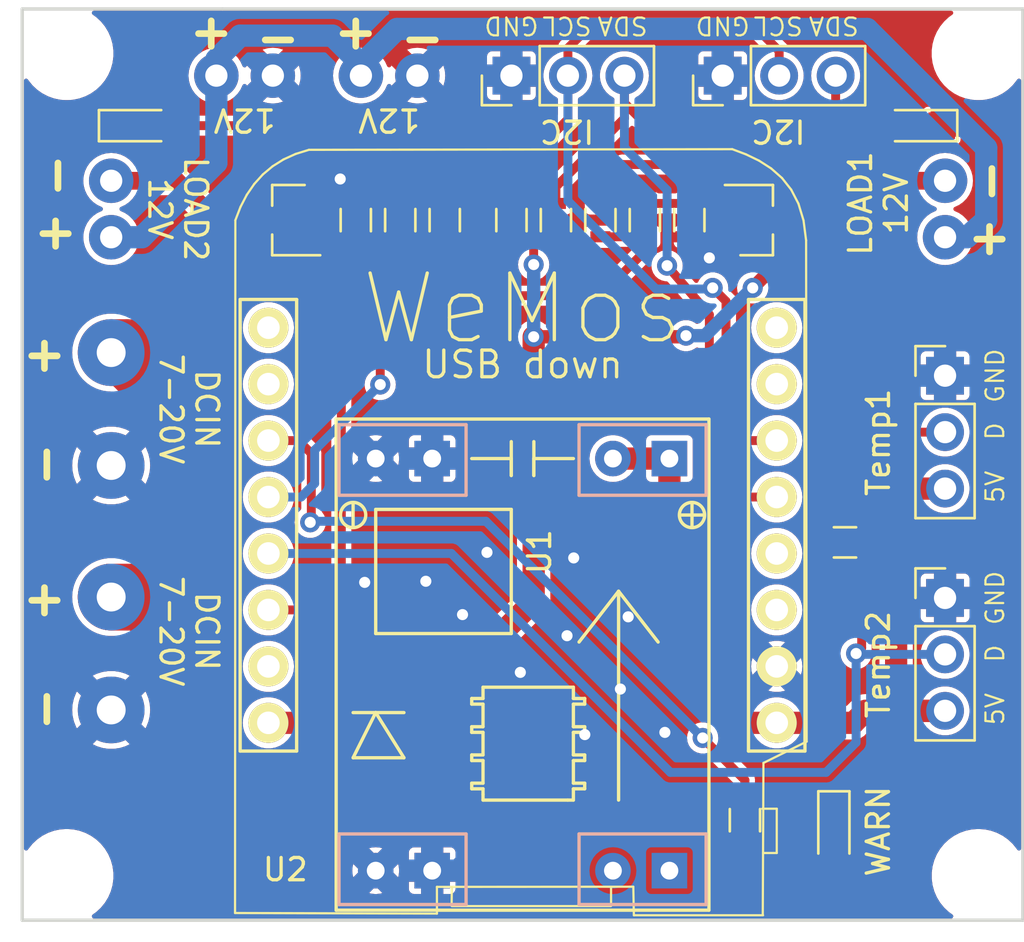
<source format=kicad_pcb>
(kicad_pcb (version 20221018) (generator pcbnew)
  (layers (0 "F.Cu" signal) (31 "B.Cu" signal) (34 "B.Paste" user) (35 "F.Paste" user) (36 "B.SilkS" user "B.Silkscreen") (37 "F.SilkS" user "F.Silkscreen") (38 "B.Mask" user) (39 "F.Mask" user) (44 "Edge.Cuts" user))
  (net 0 "")
  (net 1 "Net-(D1-Pad2)")
  (net 2 "GND")
  (net 3 "/SCL")
  (net 4 "/SDA")
  (net 5 "+12V")
  (net 6 "+15V")
  (net 7 "Net-(J7-Pad2)")
  (net 8 "Net-(J8-Pad2)")
  (net 9 "/Temp")
  (net 10 "+5V")
  (net 11 "Net-(Q1-Pad1)")
  (net 12 "Net-(Q2-Pad1)")
  (net 13 "+3V3")
  (net 14 "Net-(R3-Pad2)")
  (net 15 "/VENT1")
  (net 16 "/LOAD1")
  (net 17 "Net-(D2-Pad2)")
  (net 18 "Net-(D3-Pad2)")
  (footprint "LEDs:LED_0805" (layer "F.Cu") (at 134.5 117 -90)
    (fp_text reference "D1" hide)
    (fp_text value "LED" hide)
    (pad "1" smd rect (at -1.1 0 90) (size 1.2 1.2) (layers "F.Cu" "F.Paste" "F.Mask") (net 2 "GND"))
    (pad "2" smd rect (at 1.1 0 90) (size 1.2 1.2) (layers "F.Cu" "F.Paste" "F.Mask") (net 1 "Net-(D1-Pad2)"))
  )
  (footprint "Pin_Headers:Pin_Header_Straight_1x03_Pitch2.54mm" (layer "F.Cu") (at 129.5 83 90)
    (fp_text reference "J1" hide)
    (fp_text value "I2C2" hide)
    (pad "1" thru_hole rect (at 0 0 90) (size 1.7 1.7) (drill 1) (layers "*.Cu" "*.Mask") (net 2 "GND"))
    (pad "2" thru_hole oval (at 0 2.54 90) (size 1.7 1.7) (drill 1) (layers "*.Cu" "*.Mask") (net 3 "/SCL"))
    (pad "3" thru_hole oval (at 0 5.08 90) (size 1.7 1.7) (drill 1) (layers "*.Cu" "*.Mask") (net 4 "/SDA"))
  )
  (footprint "Pin_Headers:Pin_Header_Straight_1x03_Pitch2.54mm" (layer "F.Cu") (at 120 83 90)
    (fp_text reference "J2" hide)
    (fp_text value "I2C" hide)
    (pad "1" thru_hole rect (at 0 0 90) (size 1.7 1.7) (drill 1) (layers "*.Cu" "*.Mask") (net 2 "GND"))
    (pad "2" thru_hole oval (at 0 2.54 90) (size 1.7 1.7) (drill 1) (layers "*.Cu" "*.Mask") (net 3 "/SCL"))
    (pad "3" thru_hole oval (at 0 5.08 90) (size 1.7 1.7) (drill 1) (layers "*.Cu" "*.Mask") (net 4 "/SDA"))
  )
  (footprint "KiCadCustomLibs:Conn2pin_2.54mm" (layer "F.Cu") (at 114.5 83 180)
    (fp_text reference "J3" hide)
    (fp_text value "12V" hide)
    (pad "1" thru_hole circle (at -1.27 0 180) (size 2 2) (drill 1) (layers "*.Cu" "*.Mask") (net 2 "GND"))
    (pad "2" thru_hole circle (at 1.27 0 180) (size 2 2) (drill 1) (layers "*.Cu" "*.Mask") (net 5 "+12V"))
  )
  (footprint "KiCadCustomLibs:Conn_Power" (layer "F.Cu") (at 102 98 90)
    (fp_text reference "J4" hide)
    (fp_text value "DCIN" hide)
    (pad "1" thru_hole circle (at -2.54 0 90) (size 3 3) (drill 1.3) (layers "*.Cu" "*.Mask") (net 2 "GND"))
    (pad "2" thru_hole circle (at 2.54 0 90) (size 3 3) (drill 1.3) (layers "*.Cu" "*.Mask") (net 6 "+15V"))
  )
  (footprint "KiCadCustomLibs:Conn2pin_2.54mm" (layer "F.Cu") (at 108 83 180)
    (fp_text reference "J5" hide)
    (fp_text value "VENT2" hide)
    (pad "1" thru_hole circle (at -1.27 0 180) (size 2 2) (drill 1) (layers "*.Cu" "*.Mask") (net 2 "GND"))
    (pad "2" thru_hole circle (at 1.27 0 180) (size 2 2) (drill 1) (layers "*.Cu" "*.Mask") (net 5 "+12V"))
  )
  (footprint "KiCadCustomLibs:Conn_Power" (layer "F.Cu") (at 102 109 90)
    (fp_text reference "J6" hide)
    (fp_text value "DCIN" hide)
    (pad "1" thru_hole circle (at -2.54 0 90) (size 3 3) (drill 1.3) (layers "*.Cu" "*.Mask") (net 2 "GND"))
    (pad "2" thru_hole circle (at 2.54 0 90) (size 3 3) (drill 1.3) (layers "*.Cu" "*.Mask") (net 6 "+15V"))
  )
  (footprint "KiCadCustomLibs:Conn2pin_2.54mm" (layer "F.Cu") (at 102 89 90)
    (fp_text reference "J7" hide)
    (fp_text value "VENT1" hide)
    (pad "1" thru_hole circle (at -1.27 0 90) (size 2 2) (drill 1) (layers "*.Cu" "*.Mask") (net 5 "+12V"))
    (pad "2" thru_hole circle (at 1.27 0 90) (size 2 2) (drill 1) (layers "*.Cu" "*.Mask") (net 7 "Net-(J7-Pad2)"))
  )
  (footprint "KiCadCustomLibs:Conn2pin_2.54mm" (layer "F.Cu") (at 139.5 89 90)
    (fp_text reference "J8" hide)
    (fp_text value "LOAD1" hide)
    (pad "1" thru_hole circle (at -1.27 0 90) (size 2 2) (drill 1) (layers "*.Cu" "*.Mask") (net 5 "+12V"))
    (pad "2" thru_hole circle (at 1.27 0 90) (size 2 2) (drill 1) (layers "*.Cu" "*.Mask") (net 8 "Net-(J8-Pad2)"))
  )
  (footprint "Pin_Headers:Pin_Header_Straight_1x03_Pitch2.54mm" (layer "F.Cu") (at 139.5 96.5)
    (fp_text reference "J9" hide)
    (fp_text value "Temp1" (at -3 3 90) (layer "F.SilkS"))
    (pad "1" thru_hole rect (at 0 0) (size 1.7 1.7) (drill 1) (layers "*.Cu" "*.Mask") (net 2 "GND"))
    (pad "2" thru_hole oval (at 0 2.54) (size 1.7 1.7) (drill 1) (layers "*.Cu" "*.Mask") (net 9 "/Temp"))
    (pad "3" thru_hole oval (at 0 5.08) (size 1.7 1.7) (drill 1) (layers "*.Cu" "*.Mask") (net 10 "+5V"))
  )
  (footprint "Pin_Headers:Pin_Header_Straight_1x03_Pitch2.54mm" (layer "F.Cu") (at 139.5 106.5)
    (fp_text reference "J10" hide)
    (fp_text value "Temp2" (at -3 3 90) (layer "F.SilkS"))
    (pad "1" thru_hole rect (at 0 0) (size 1.7 1.7) (drill 1) (layers "*.Cu" "*.Mask") (net 2 "GND"))
    (pad "2" thru_hole oval (at 0 2.54) (size 1.7 1.7) (drill 1) (layers "*.Cu" "*.Mask") (net 9 "/Temp"))
    (pad "3" thru_hole oval (at 0 5.08) (size 1.7 1.7) (drill 1) (layers "*.Cu" "*.Mask") (net 10 "+5V"))
  )
  (footprint "TO_SOT_Packages_SMD:SOT-23" (layer "F.Cu") (at 110 89.5 180)
    (fp_text reference "Q1" hide)
    (fp_text value "SI2308" hide)
    (pad "1" smd rect (at -1 -0.95 180) (size 0.9 0.8) (layers "F.Cu" "F.Paste" "F.Mask") (net 11 "Net-(Q1-Pad1)"))
    (pad "2" smd rect (at -1 0.95 180) (size 0.9 0.8) (layers "F.Cu" "F.Paste" "F.Mask") (net 2 "GND"))
    (pad "3" smd rect (at 1 0 180) (size 0.9 0.8) (layers "F.Cu" "F.Paste" "F.Mask") (net 7 "Net-(J7-Pad2)"))
  )
  (footprint "TO_SOT_Packages_SMD:SOT-23" (layer "F.Cu") (at 131 89.5)
    (fp_text reference "Q2" hide)
    (fp_text value "SI2308" hide)
    (pad "1" smd rect (at -1 -0.95) (size 0.9 0.8) (layers "F.Cu" "F.Paste" "F.Mask") (net 12 "Net-(Q2-Pad1)"))
    (pad "2" smd rect (at -1 0.95) (size 0.9 0.8) (layers "F.Cu" "F.Paste" "F.Mask") (net 2 "GND"))
    (pad "3" smd rect (at 1 0) (size 0.9 0.8) (layers "F.Cu" "F.Paste" "F.Mask") (net 8 "Net-(J8-Pad2)"))
  )
  (footprint "Resistors_SMD:R_0603" (layer "F.Cu") (at 120 89.5 90)
    (fp_text reference "R1" hide)
    (fp_text value "4.7K" hide)
    (pad "1" smd rect (at -0.75 0 90) (size 0.5 0.9) (layers "F.Cu" "F.Paste" "F.Mask") (net 13 "+3V3"))
    (pad "2" smd rect (at 0.75 0 90) (size 0.5 0.9) (layers "F.Cu" "F.Paste" "F.Mask") (net 3 "/SCL"))
  )
  (footprint "Resistors_SMD:R_0603" (layer "F.Cu") (at 122 89.5 90)
    (fp_text reference "R2" hide)
    (fp_text value "4.7K" hide)
    (pad "1" smd rect (at -0.75 0 90) (size 0.5 0.9) (layers "F.Cu" "F.Paste" "F.Mask") (net 13 "+3V3"))
    (pad "2" smd rect (at 0.75 0 90) (size 0.5 0.9) (layers "F.Cu" "F.Paste" "F.Mask") (net 4 "/SDA"))
  )
  (footprint "Resistors_SMD:R_0603" (layer "F.Cu") (at 130.5 116.5 90)
    (fp_text reference "R3" hide)
    (fp_text value "680" hide)
    (pad "1" smd rect (at -0.75 0 90) (size 0.5 0.9) (layers "F.Cu" "F.Paste" "F.Mask") (net 1 "Net-(D1-Pad2)"))
    (pad "2" smd rect (at 0.75 0 90) (size 0.5 0.9) (layers "F.Cu" "F.Paste" "F.Mask") (net 14 "Net-(R3-Pad2)"))
  )
  (footprint "Resistors_SMD:R_0603" (layer "F.Cu") (at 135 104)
    (fp_text reference "R4" hide)
    (fp_text value "4.7K" hide)
    (pad "1" smd rect (at -0.75 0) (size 0.5 0.9) (layers "F.Cu" "F.Paste" "F.Mask") (net 13 "+3V3"))
    (pad "2" smd rect (at 0.75 0) (size 0.5 0.9) (layers "F.Cu" "F.Paste" "F.Mask") (net 9 "/Temp"))
  )
  (footprint "Resistors_SMD:R_0603" (layer "F.Cu") (at 115 89.5 -90)
    (fp_text reference "R5" hide)
    (fp_text value "100" hide)
    (pad "1" smd rect (at -0.75 0 270) (size 0.5 0.9) (layers "F.Cu" "F.Paste" "F.Mask") (net 11 "Net-(Q1-Pad1)"))
    (pad "2" smd rect (at 0.75 0 270) (size 0.5 0.9) (layers "F.Cu" "F.Paste" "F.Mask") (net 15 "/VENT1"))
  )
  (footprint "Resistors_SMD:R_0603" (layer "F.Cu") (at 126 89.5 -90)
    (fp_text reference "R6" hide)
    (fp_text value "100" hide)
    (pad "1" smd rect (at -0.75 0 270) (size 0.5 0.9) (layers "F.Cu" "F.Paste" "F.Mask") (net 12 "Net-(Q2-Pad1)"))
    (pad "2" smd rect (at 0.75 0 270) (size 0.5 0.9) (layers "F.Cu" "F.Paste" "F.Mask") (net 16 "/LOAD1"))
  )
  (footprint "Resistors_SMD:R_0603" (layer "F.Cu") (at 113 89.5 90)
    (fp_text reference "R7" hide)
    (fp_text value "10K" hide)
    (pad "1" smd rect (at -0.75 0 90) (size 0.5 0.9) (layers "F.Cu" "F.Paste" "F.Mask") (net 11 "Net-(Q1-Pad1)"))
    (pad "2" smd rect (at 0.75 0 90) (size 0.5 0.9) (layers "F.Cu" "F.Paste" "F.Mask") (net 2 "GND"))
  )
  (footprint "Resistors_SMD:R_0603" (layer "F.Cu") (at 128 89.5 -90)
    (fp_text reference "R8" hide)
    (fp_text value "10K" hide)
    (pad "1" smd rect (at -0.75 0 270) (size 0.5 0.9) (layers "F.Cu" "F.Paste" "F.Mask") (net 12 "Net-(Q2-Pad1)"))
    (pad "2" smd rect (at 0.75 0 270) (size 0.5 0.9) (layers "F.Cu" "F.Paste" "F.Mask") (net 2 "GND"))
  )
  (footprint "KiCadCustomLibs:MP1584_buck_module" (layer "F.Cu") (at 120.5 109.5 90)
    (fp_text reference "U1" (at 5.08 0.762 90) (layer "F.SilkS"))
    (fp_text value "MP1584ENBB" hide)
    (pad "1" thru_hole circle (at -9.271 4.064 90) (size 1.6 1.6) (drill 0.8) (layers "*.Cu" "*.Mask") (net 6 "+15V"))
    (pad "1" thru_hole rect (at -9.271 6.604 90) (size 1.6 1.6) (drill 0.8) (layers "*.Cu" "*.Mask") (net 6 "+15V"))
    (pad "2" thru_hole circle (at -9.271 -6.604 90) (size 1.6 1.6) (drill 0.8) (layers "*.Cu" "*.Mask") (net 2 "GND"))
    (pad "2" thru_hole rect (at -9.271 -4.064 90) (size 1.6 1.6) (drill 0.8) (layers "*.Cu" "*.Mask") (net 2 "GND"))
    (pad "3" thru_hole circle (at 9.271 -6.604 90) (size 1.6 1.6) (drill 0.8) (layers "*.Cu" "*.Mask") (net 2 "GND"))
    (pad "3" thru_hole rect (at 9.271 -4.064 90) (size 1.6 1.6) (drill 0.8) (layers "*.Cu" "*.Mask") (net 2 "GND"))
    (pad "4" thru_hole circle (at 9.271 4.064 90) (size 1.6 1.6) (drill 0.8) (layers "*.Cu" "*.Mask") (net 10 "+5V"))
    (pad "4" thru_hole rect (at 9.271 6.604 90) (size 1.6 1.6) (drill 0.8) (layers "*.Cu" "*.Mask") (net 10 "+5V"))
  )
  (footprint "wemos_D1_mini_board" (layer "F.Cu") (at 120.5 104.5)
    (fp_text reference "U2" (at -10.668 14.224) (layer "F.SilkS"))
    (fp_text value "WeMos_mini" hide)
    (fp_text user "USB down" (at 0 -8.5) (layer "F.SilkS") (effects (font (size 1.2 1.2))))
    (fp_text user "WeMos" (at 0 -11) (layer "F.SilkS") (effects (font (size 3 3))))
    (pad "1" thru_hole circle (at 11.43 7.62) (size 1.8 1.8) (drill 1.016) (layers "*.Cu" "*.Mask" "F.SilkS") (net 10 "+5V"))
    (pad "2" thru_hole circle (at 11.43 5.08) (size 1.8 1.8) (drill 1.016) (layers "*.Cu" "*.Mask" "F.SilkS") (net 2 "GND"))
    (pad "3" thru_hole circle (at 11.43 2.54) (size 1.8 1.8) (drill 1.016) (layers "*.Cu" "*.Mask" "F.SilkS"))
    (pad "4" thru_hole circle (at 11.43 0) (size 1.8 1.8) (drill 1.016) (layers "*.Cu" "*.Mask" "F.SilkS"))
    (pad "5" thru_hole circle (at 11.43 -2.54) (size 1.8 1.8) (drill 1.016) (layers "*.Cu" "*.Mask" "F.SilkS") (net 4 "/SDA"))
    (pad "6" thru_hole circle (at 11.43 -5.08) (size 1.8 1.8) (drill 1.016) (layers "*.Cu" "*.Mask" "F.SilkS") (net 3 "/SCL"))
    (pad "7" thru_hole circle (at 11.43 -7.62) (size 1.8 1.8) (drill 1.016) (layers "*.Cu" "*.Mask" "F.SilkS"))
    (pad "8" thru_hole circle (at 11.43 -10.16) (size 1.8 1.8) (drill 1.016) (layers "*.Cu" "*.Mask" "F.SilkS"))
    (pad "9" thru_hole circle (at -11.43 -10.16) (size 1.8 1.8) (drill 1.016) (layers "*.Cu" "*.Mask" "F.SilkS"))
    (pad "10" thru_hole circle (at -11.43 -7.62) (size 1.8 1.8) (drill 1.016) (layers "*.Cu" "*.Mask" "F.SilkS"))
    (pad "11" thru_hole circle (at -11.43 -5.08) (size 1.8 1.8) (drill 1.016) (layers "*.Cu" "*.Mask" "F.SilkS") (net 14 "Net-(R3-Pad2)"))
    (pad "12" thru_hole circle (at -11.43 -2.54) (size 1.8 1.8) (drill 1.016) (layers "*.Cu" "*.Mask" "F.SilkS") (net 16 "/LOAD1"))
    (pad "13" thru_hole circle (at -11.43 0) (size 1.8 1.8) (drill 1.016) (layers "*.Cu" "*.Mask" "F.SilkS") (net 9 "/Temp"))
    (pad "14" thru_hole circle (at -11.43 2.54) (size 1.8 1.8) (drill 1.016) (layers "*.Cu" "*.Mask" "F.SilkS") (net 15 "/VENT1"))
    (pad "15" thru_hole circle (at -11.43 5.08) (size 1.8 1.8) (drill 1.016) (layers "*.Cu" "*.Mask" "F.SilkS"))
    (pad "16" thru_hole circle (at -11.43 7.62) (size 1.8 1.8) (drill 1.016) (layers "*.Cu" "*.Mask" "F.SilkS") (net 13 "+3V3"))
  )
  (footprint "Mounting_Holes:MountingHole_2.2mm_M2" (layer "F.Cu") (at 141 82)
    (fp_text reference "REF**" hide)
    (fp_text value "MountingHole_2.2mm_M2" hide)
    (pad "" np_thru_hole circle (at 0 0) (size 2.2 2.2) (drill 2.2) (layers "*.Cu" "*.Mask") (clearance 1))
  )
  (footprint "Mounting_Holes:MountingHole_2.2mm_M2" (layer "F.Cu") (at 100 82)
    (fp_text reference "REF**" hide)
    (fp_text value "MountingHole_2.2mm_M2" hide)
    (pad "" np_thru_hole circle (at 0 0) (size 2.2 2.2) (drill 2.2) (layers "*.Cu" "*.Mask") (clearance 1))
  )
  (footprint "Mounting_Holes:MountingHole_2.2mm_M2" (layer "F.Cu") (at 141 119)
    (fp_text reference "REF**" hide)
    (fp_text value "MountingHole_2.2mm_M2" hide)
    (pad "" np_thru_hole circle (at 0 0) (size 2.2 2.2) (drill 2.2) (layers "*.Cu" "*.Mask") (clearance 1))
  )
  (footprint "Mounting_Holes:MountingHole_2.2mm_M2" (layer "F.Cu") (at 100 119)
    (fp_text reference "REF**" hide)
    (fp_text value "MountingHole_2.2mm_M2" hide)
    (pad "" np_thru_hole circle (at 0 0) (size 2.2 2.2) (drill 2.2) (layers "*.Cu" "*.Mask") (clearance 1))
  )
  (footprint "LEDs:LED_0805" (layer "F.Cu") (at 103.25 85.25)
    (fp_text reference "D2" hide)
    (fp_text value "LED" hide)
    (pad "1" smd rect (at -1.1 0 180) (size 1.2 1.2) (layers "F.Cu" "F.Paste" "F.Mask") (net 2 "GND"))
    (pad "2" smd rect (at 1.1 0 180) (size 1.2 1.2) (layers "F.Cu" "F.Paste" "F.Mask") (net 17 "Net-(D2-Pad2)"))
  )
  (footprint "LEDs:LED_0805" (layer "F.Cu") (at 138.25 85.25 180)
    (fp_text reference "D3" hide)
    (fp_text value "LED" hide)
    (pad "1" smd rect (at -1.1 0) (size 1.2 1.2) (layers "F.Cu" "F.Paste" "F.Mask") (net 2 "GND"))
    (pad "2" smd rect (at 1.1 0) (size 1.2 1.2) (layers "F.Cu" "F.Paste" "F.Mask") (net 18 "Net-(D3-Pad2)"))
  )
  (footprint "Resistors_SMD:R_0603" (layer "F.Cu") (at 117 89.5 -90)
    (fp_text reference "R9" hide)
    (fp_text value "680" hide)
    (pad "1" smd rect (at -0.75 0 270) (size 0.5 0.9) (layers "F.Cu" "F.Paste" "F.Mask") (net 17 "Net-(D2-Pad2)"))
    (pad "2" smd rect (at 0.75 0 270) (size 0.5 0.9) (layers "F.Cu" "F.Paste" "F.Mask") (net 15 "/VENT1"))
  )
  (footprint "Resistors_SMD:R_0603" (layer "F.Cu") (at 124 89.5 -90)
    (fp_text reference "R10" hide)
    (fp_text value "680" hide)
    (pad "1" smd rect (at -0.75 0 270) (size 0.5 0.9) (layers "F.Cu" "F.Paste" "F.Mask") (net 18 "Net-(D3-Pad2)"))
    (pad "2" smd rect (at 0.75 0 270) (size 0.5 0.9) (layers "F.Cu" "F.Paste" "F.Mask") (net 16 "/LOAD1"))
  )
  (gr_line (start 98 121) (end 98 80) (stroke (width 0.15)) (layer "Edge.Cuts"))
  (gr_line (start 143 80) (end 143 121) (stroke (width 0.15)) (layer "Edge.Cuts"))
  (gr_line (start 98 80) (end 107 80) (stroke (width 0.15)) (layer "Edge.Cuts"))
  (gr_line (start 107 80) (end 143 80) (stroke (width 0.15)) (layer "Edge.Cuts"))
  (gr_line (start 143 121) (end 98 121) (stroke (width 0.15)) (layer "Edge.Cuts"))
  (gr_text "D" (at 141.75 109 90) (layer "F.SilkS") (effects (font (size 0.8 0.8) (thickness 0.1))))
  (gr_text "5V" (at 141.75 101.5 90) (layer "F.SilkS") (effects (font (size 0.8 0.8) (thickness 0.1))))
  (gr_text "SDA" (at 134.5 80.75 180) (layer "F.SilkS") (effects (font (size 0.8 0.8) (thickness 0.1))))
  (gr_text "5V" (at 141.75 111.5 90) (layer "F.SilkS") (effects (font (size 0.8 0.8) (thickness 0.1))))
  (gr_text "+" (at 141.5 90.25) (layer "F.SilkS") (effects (font (size 1.5 1.5) (thickness 0.3))))
  (gr_text "-" (at 99 111.5 90) (layer "F.SilkS") (effects (font (size 1.5 1.5) (thickness 0.3))))
  (gr_text "-" (at 116 81.5 180) (layer "F.SilkS") (effects (font (size 1.5 1.5) (thickness 0.3))))
  (gr_text "12V" (at 108 85 180) (layer "F.SilkS") (effects (font (size 1 1))))
  (gr_text "GND" (at 141.75 106.5 90) (layer "F.SilkS") (effects (font (size 0.8 0.8) (thickness 0.1))))
  (gr_text "SCL" (at 122.5 80.75 180) (layer "F.SilkS") (effects (font (size 0.8 0.8) (thickness 0.1))))
  (gr_text "DCIN\n7-20V" (at 105.5 98 270) (layer "F.SilkS") (effects (font (size 1 1))))
  (gr_text "GND" (at 129.5 80.75 180) (layer "F.SilkS") (effects (font (size 0.8 0.8) (thickness 0.1))))
  (gr_text "I2C" (at 132 85.5 180) (layer "F.SilkS") (effects (font (size 1 1))))
  (gr_text "WARN" (at 136.5 117 90) (layer "F.SilkS") (effects (font (size 1 1))))
  (gr_text "I2C" (at 122.5 85.5 180) (layer "F.SilkS") (effects (font (size 1 1))))
  (gr_text "SDA" (at 125 80.75 180) (layer "F.SilkS") (effects (font (size 0.8 0.8) (thickness 0.1))))
  (gr_text "GND" (at 120 80.75 180) (layer "F.SilkS") (effects (font (size 0.8 0.8) (thickness 0.1))))
  (gr_text "+" (at 106.5 81) (layer "F.SilkS") (effects (font (size 1.5 1.5) (thickness 0.3))))
  (gr_text "DCIN\n7-20V" (at 105.5 108 270) (layer "F.SilkS") (effects (font (size 1 1))))
  (gr_text "-" (at 141.5 87.75 90) (layer "F.SilkS") (effects (font (size 1.5 1.5) (thickness 0.3))))
  (gr_text "LOAD2\n12V" (at 105 89 270) (layer "F.SilkS") (effects (font (size 1 1))))
  (gr_text "12V" (at 114.5 85 180) (layer "F.SilkS") (effects (font (size 1 1))))
  (gr_text "+" (at 99 95.5) (layer "F.SilkS") (effects (font (size 1.5 1.5) (thickness 0.3))))
  (gr_text "-" (at 99 100.5 90) (layer "F.SilkS") (effects (font (size 1.5 1.5) (thickness 0.3))))
  (gr_text "-" (at 109.5 81.5 180) (layer "F.SilkS") (effects (font (size 1.5 1.5) (thickness 0.3))))
  (gr_text "+" (at 113 81) (layer "F.SilkS") (effects (font (size 1.5 1.5) (thickness 0.3))))
  (gr_text "LOAD1\n12V" (at 136.5 88.75 90) (layer "F.SilkS") (effects (font (size 1 1))))
  (gr_text "SCL" (at 132 80.75 180) (layer "F.SilkS") (effects (font (size 0.8 0.8) (thickness 0.1))))
  (gr_text "GND" (at 141.75 96.5 90) (layer "F.SilkS") (effects (font (size 0.8 0.8) (thickness 0.1))))
  (gr_text "D" (at 141.75 99 90) (layer "F.SilkS") (effects (font (size 0.8 0.8) (thickness 0.1))))
  (gr_text "+" (at 99.5 90) (layer "F.SilkS") (effects (font (size 1.5 1.5) (thickness 0.3))))
  (gr_text "+" (at 99 106.5) (layer "F.SilkS") (effects (font (size 1.5 1.5) (thickness 0.3))))
  (gr_text "-" (at 99.5 87.5 90) (layer "F.SilkS") (effects (font (size 1.5 1.5) (thickness 0.3))))
  (segment (start 132.7 118.1) (end 131.85 117.25) (width 0.4) (layer "F.Cu") (net 1))
  (segment (start 131.85 117.25) (end 130.5 117.25) (width 0.4) (layer "F.Cu") (net 1))
  (segment (start 134.5 118.1) (end 132.7 118.1) (width 0.4) (layer "F.Cu") (net 1))
  (segment (start 123.3 112.65) (end 121.9 111.25) (width 0.4) (layer "F.Cu") (net 2))
  (segment (start 121.9 111.25) (end 121.8 111.25) (width 0.4) (layer "F.Cu") (net 2))
  (segment (start 121.8 111.25) (end 120.4 109.85) (width 0.4) (layer "F.Cu") (net 2))
  (segment (start 117.8 107.25) (end 116.3 105.75) (width 0.4) (layer "F.Cu") (net 2))
  (segment (start 116.3 105.75) (end 116.15 105.75) (width 0.4) (layer "F.Cu") (net 2))
  (segment (start 113.4 105.1) (end 114.75 103.75) (width 0.4) (layer "F.Cu") (net 2))
  (segment (start 114.75 103.75) (end 118.2 103.75) (width 0.4) (layer "F.Cu") (net 2))
  (segment (start 118.2 103.75) (end 118.9 104.45) (width 0.4) (layer "F.Cu") (net 2))
  (segment (start 122.5 108.2) (end 124.9 110.6) (width 0.4) (layer "F.Cu") (net 2))
  (segment (start 122.8 104.7) (end 125.25 107.15) (width 0.4) (layer "F.Cu") (net 2))
  (segment (start 125.25 107.15) (end 125.25 107.35) (width 0.4) (layer "F.Cu") (net 2))
  (segment (start 111.85 88.55) (end 112.3 88.1) (width 0.4) (layer "F.Cu") (net 2))
  (segment (start 112.3 88.1) (end 112.3 87.65) (width 0.4) (layer "F.Cu") (net 2))
  (segment (start 129.15 90.45) (end 128.9 90.7) (width 0.4) (layer "F.Cu") (net 2))
  (segment (start 128.9 90.7) (end 128.9 91.2) (width 0.4) (layer "F.Cu") (net 2))
  (segment (start 113.4 105.8) (end 113.4 105.1) (width 0.4) (layer "F.Cu") (net 2))
  (segment (start 130 90.45) (end 129.15 90.45) (width 0.4) (layer "F.Cu") (net 2))
  (segment (start 111 88.55) (end 111.85 88.55) (width 0.4) (layer "F.Cu") (net 2))
  (via (at 128.9 91.2) (size 0.9) (drill 0.5) (layers "F.Cu" "B.Cu") (net 2))
  (via (at 122.8 104.7) (size 0.9) (drill 0.5) (layers "F.Cu" "B.Cu") (net 2))
  (via (at 116.15 105.75) (size 0.9) (drill 0.5) (layers "F.Cu" "B.Cu") (net 2))
  (via (at 113.4 105.8) (size 0.9) (drill 0.5) (layers "F.Cu" "B.Cu") (net 2))
  (via (at 118.9 104.45) (size 0.9) (drill 0.5) (layers "F.Cu" "B.Cu") (net 2))
  (via (at 112.3 87.65) (size 0.9) (drill 0.5) (layers "F.Cu" "B.Cu") (net 2))
  (via (at 123.3 112.65) (size 0.9) (drill 0.5) (layers "F.Cu" "B.Cu") (net 2))
  (via (at 126.9 112.55) (size 0.9) (drill 0.5) (layers "F.Cu" "B.Cu") (net 2))
  (via (at 125.25 107.35) (size 0.9) (drill 0.5) (layers "F.Cu" "B.Cu") (net 2))
  (via (at 117.8 107.25) (size 0.9) (drill 0.5) (layers "F.Cu" "B.Cu") (net 2))
  (via (at 120.4 109.85) (size 0.9) (drill 0.5) (layers "F.Cu" "B.Cu") (net 2))
  (via (at 122.5 108.2) (size 0.9) (drill 0.5) (layers "F.Cu" "B.Cu") (net 2))
  (via (at 124.9 110.6) (size 0.9) (drill 0.5) (layers "F.Cu" "B.Cu") (net 2))
  (segment (start 117.179 118.771) (end 123.3 112.65) (width 0.4) (layer "B.Cu") (net 2))
  (segment (start 120.4 109.85) (end 117.8 107.25) (width 0.4) (layer "B.Cu") (net 2))
  (segment (start 116.15 105.75) (end 116.1 105.8) (width 0.4) (layer "B.Cu") (net 2))
  (segment (start 116.1 105.8) (end 113.4 105.8) (width 0.4) (layer "B.Cu") (net 2))
  (segment (start 118.9 104.45) (end 122.5 108.05) (width 0.4) (layer "B.Cu") (net 2))
  (segment (start 122.5 108.05) (end 122.5 108.2) (width 0.4) (layer "B.Cu") (net 2))
  (segment (start 124.9 110.6) (end 126.85 112.55) (width 0.4) (layer "B.Cu") (net 2))
  (segment (start 126.85 112.55) (end 126.9 112.55) (width 0.4) (layer "B.Cu") (net 2))
  (segment (start 118.329 100.229) (end 122.8 104.7) (width 0.4) (layer "B.Cu") (net 2))
  (segment (start 125.25 107.35) (end 125.4 107.5) (width 0.4) (layer "B.Cu") (net 2))
  (segment (start 125.4 107.5) (end 125.45 107.5) (width 0.4) (layer "B.Cu") (net 2))
  (segment (start 116.436 118.771) (end 117.179 118.771) (width 0.4) (layer "B.Cu") (net 2))
  (segment (start 116.436 100.229) (end 118.329 100.229) (width 0.4) (layer "B.Cu") (net 2))
  (segment (start 132.04 81.89) (end 131 80.85) (width 0.4) (layer "F.Cu") (net 3))
  (segment (start 131 80.85) (end 123.45 80.85) (width 0.4) (layer "F.Cu") (net 3))
  (segment (start 123.45 80.85) (end 122.54 81.76) (width 0.4) (layer "F.Cu") (net 3))
  (segment (start 122.54 81.76) (end 122.54 83) (width 0.4) (layer "F.Cu") (net 3))
  (segment (start 130.72 99.42) (end 129.65 98.35) (width 0.4) (layer "F.Cu") (net 3))
  (segment (start 129.65 98.35) (end 129.65 93.15) (width 0.4) (layer "F.Cu") (net 3))
  (segment (start 129.65 93.15) (end 129.05 92.55) (width 0.4) (layer "F.Cu") (net 3))
  (segment (start 120 87.5) (end 122.54 84.96) (width 0.4) (layer "F.Cu") (net 3))
  (segment (start 122.54 84.96) (end 122.54 83) (width 0.4) (layer "F.Cu") (net 3))
  (segment (start 132.04 83) (end 132.04 81.89) (width 0.4) (layer "F.Cu") (net 3))
  (segment (start 131.93 99.42) (end 130.72 99.42) (width 0.4) (layer "F.Cu") (net 3))
  (segment (start 120 88.75) (end 120 87.5) (width 0.4) (layer "F.Cu") (net 3))
  (via (at 129.05 92.55) (size 0.9) (drill 0.5) (layers "F.Cu" "B.Cu") (net 3))
  (segment (start 129.05 92.55) (end 129 92.6) (width 0.4) (layer "B.Cu") (net 3))
  (segment (start 129 92.6) (end 126.5 92.6) (width 0.4) (layer "B.Cu") (net 3))
  (segment (start 126.5 92.6) (end 122.54 88.64) (width 0.4) (layer "B.Cu") (net 3))
  (segment (start 122.54 88.64) (end 122.54 83) (width 0.4) (layer "B.Cu") (net 3))
  (segment (start 125.08 84.23) (end 126.4 85.55) (width 0.4) (layer "F.Cu") (net 4))
  (segment (start 126.4 85.55) (end 133.45 85.55) (width 0.4) (layer "F.Cu") (net 4))
  (segment (start 133.45 85.55) (end 134.58 84.42) (width 0.4) (layer "F.Cu") (net 4))
  (segment (start 134.58 84.42) (end 134.58 83) (width 0.4) (layer "F.Cu") (net 4))
  (segment (start 127 91.55) (end 128.9 93.75) (width 0.4) (layer "F.Cu") (net 4))
  (segment (start 128.9 93.75) (end 128.9 100.9) (width 0.4) (layer "F.Cu") (net 4))
  (segment (start 128.9 100.9) (end 129.96 101.96) (width 0.4) (layer "F.Cu") (net 4))
  (segment (start 129.96 101.96) (end 131.93 101.96) (width 0.4) (layer "F.Cu") (net 4))
  (segment (start 122 88) (end 125.08 84.92) (width 0.4) (layer "F.Cu") (net 4))
  (segment (start 125.08 84.92) (end 125.08 83) (width 0.4) (layer "F.Cu") (net 4))
  (segment (start 125.08 83) (end 125.08 84.23) (width 0.4) (layer "F.Cu") (net 4))
  (segment (start 122 88.75) (end 122 88) (width 0.4) (layer "F.Cu") (net 4))
  (via (at 127 91.55) (size 0.9) (drill 0.5) (layers "F.Cu" "B.Cu") (net 4))
  (segment (start 125.08 86.23) (end 127 88.15) (width 0.4) (layer "B.Cu") (net 4))
  (segment (start 127 88.15) (end 127 91.55) (width 0.4) (layer "B.Cu") (net 4))
  (segment (start 125.08 83) (end 125.08 86.23) (width 0.4) (layer "B.Cu") (net 4))
  (segment (start 103.38 90.27) (end 106.73 86.92) (width 1) (layer "B.Cu") (net 5))
  (segment (start 106.73 86.92) (end 106.73 83) (width 1) (layer "B.Cu") (net 5))
  (segment (start 106.73 82.27) (end 107.8 81.2) (width 1) (layer "B.Cu") (net 5))
  (segment (start 107.8 81.2) (end 111.95 81.2) (width 1) (layer "B.Cu") (net 5))
  (segment (start 111.95 81.2) (end 113.23 82.48) (width 1) (layer "B.Cu") (net 5))
  (segment (start 113.23 82.48) (end 113.23 83) (width 0.8) (layer "B.Cu") (net 5))
  (segment (start 113.23 82.52) (end 114.85 80.9) (width 1) (layer "B.Cu") (net 5))
  (segment (start 114.85 80.9) (end 136 80.9) (width 1) (layer "B.Cu") (net 5))
  (segment (start 136 80.9) (end 141.35 86.25) (width 1) (layer "B.Cu") (net 5))
  (segment (start 141.35 86.25) (end 141.35 89.5) (width 1) (layer "B.Cu") (net 5))
  (segment (start 141.35 89.5) (end 140.48 90.27) (width 1) (layer "B.Cu") (net 5))
  (segment (start 140.48 90.27) (end 139.5 90.27) (width 1) (layer "B.Cu") (net 5))
  (segment (start 113.23 83) (end 113.23 82.52) (width 1) (layer "B.Cu") (net 5))
  (segment (start 106.73 83) (end 106.73 82.27) (width 0.8) (layer "B.Cu") (net 5))
  (segment (start 102 90.27) (end 103.38 90.27) (width 1) (layer "B.Cu") (net 5))
  (segment (start 102.71 95.46) (end 105.8 98.55) (width 3) (layer "F.Cu") (net 6))
  (segment (start 105.8 98.55) (end 105.8 104.7) (width 3) (layer "F.Cu") (net 6))
  (segment (start 105.8 104.7) (end 104.04 106.46) (width 3) (layer "F.Cu") (net 6))
  (segment (start 104.04 106.46) (end 102 106.46) (width 3) (layer "F.Cu") (net 6))
  (segment (start 103.46 106.46) (end 105.75 108.75) (width 3) (layer "F.Cu") (net 6))
  (segment (start 105.75 108.75) (end 105.75 113.75) (width 3) (layer "F.Cu") (net 6))
  (segment (start 105.75 113.75) (end 107.5 115.5) (width 3) (layer "F.Cu") (net 6))
  (segment (start 107.5 115.5) (end 123.05 115.5) (width 3) (layer "F.Cu") (net 6))
  (segment (start 123.05 115.5) (end 124.564 117.014) (width 3) (layer "F.Cu") (net 6))
  (segment (start 124.564 117.014) (end 124.564 118.771) (width 3) (layer "F.Cu") (net 6))
  (segment (start 102 106.46) (end 103.46 106.46) (width 3) (layer "F.Cu") (net 6))
  (segment (start 102 95.46) (end 102.71 95.46) (width 3) (layer "F.Cu") (net 6))
  (segment (start 124.564 118.771) (end 127.104 118.771) (width 3) (layer "F.Cu") (net 6))
  (segment (start 104.93 87.73) (end 106.7 89.5) (width 0.8) (layer "F.Cu") (net 7))
  (segment (start 106.7 89.5) (end 109 89.5) (width 0.8) (layer "F.Cu") (net 7))
  (segment (start 102 87.73) (end 104.93 87.73) (width 0.8) (layer "F.Cu") (net 7))
  (segment (start 136.8 87.725) (end 135.05 89.5) (width 0.8) (layer "F.Cu") (net 8))
  (segment (start 135.05 89.5) (end 132 89.5) (width 0.8) (layer "F.Cu") (net 8))
  (segment (start 139.5 87.73) (end 136.8 87.725) (width 0.8) (layer "F.Cu") (net 8))
  (segment (start 135.75 100.75) (end 137.46 99.04) (width 0.4) (layer "F.Cu") (net 9))
  (segment (start 137.46 99.04) (end 139.5 99.04) (width 0.4) (layer "F.Cu") (net 9))
  (segment (start 135.75 108.75) (end 135.5 109) (width 0.4) (layer "F.Cu") (net 9))
  (segment (start 135.75 104) (end 135.75 108.75) (width 0.4) (layer "F.Cu") (net 9))
  (segment (start 135.75 104) (end 135.75 100.75) (width 0.4) (layer "F.Cu") (net 9))
  (via (at 135.5 109) (size 0.9) (drill 0.5) (layers "F.Cu" "B.Cu") (net 9))
  (segment (start 135.5 109) (end 135.54 109.04) (width 0.4) (layer "B.Cu") (net 9))
  (segment (start 135.54 109.04) (end 139.5 109.04) (width 0.4) (layer "B.Cu") (net 9))
  (segment (start 135.5 113) (end 134.15 114.35) (width 0.4) (layer "B.Cu") (net 9))
  (segment (start 134.15 114.35) (end 127.15 114.35) (width 0.4) (layer "B.Cu") (net 9))
  (segment (start 127.15 114.35) (end 117.3 104.5) (width 0.4) (layer "B.Cu") (net 9))
  (segment (start 117.3 104.5) (end 109.07 104.5) (width 0.4) (layer "B.Cu") (net 9))
  (segment (start 135.5 109) (end 135.5 113) (width 0.4) (layer "B.Cu") (net 9))
  (segment (start 130.12 112.12) (end 127.104 109.104) (width 1) (layer "F.Cu") (net 10))
  (segment (start 127.104 109.104) (end 127.104 100.229) (width 1) (layer "F.Cu") (net 10))
  (segment (start 135.38 112.12) (end 135.92 111.58) (width 1) (layer "F.Cu") (net 10))
  (segment (start 135.92 111.58) (end 139.5 111.58) (width 1) (layer "F.Cu") (net 10))
  (segment (start 138.08 111.58) (end 137.3 110.8) (width 1) (layer "F.Cu") (net 10))
  (segment (start 137.3 110.8) (end 137.3 102.2) (width 1) (layer "F.Cu") (net 10))
  (segment (start 137.3 102.2) (end 137.92 101.58) (width 1) (layer "F.Cu") (net 10))
  (segment (start 137.92 101.58) (end 139.5 101.58) (width 1) (layer "F.Cu") (net 10))
  (segment (start 124.564 100.229) (end 127.104 100.229) (width 1) (layer "F.Cu") (net 10))
  (segment (start 131.93 112.12) (end 135.38 112.12) (width 1) (layer "F.Cu") (net 10))
  (segment (start 131.93 112.12) (end 130.12 112.12) (width 1) (layer "F.Cu") (net 10))
  (segment (start 139.5 111.58) (end 138.08 111.58) (width 1) (layer "F.Cu") (net 10))
  (segment (start 111.8 90.45) (end 112 90.25) (width 0.4) (layer "F.Cu") (net 11))
  (segment (start 112 90.25) (end 113 90.25) (width 0.4) (layer "F.Cu") (net 11))
  (segment (start 113.5 90.25) (end 114.05 89.7) (width 0.4) (layer "F.Cu") (net 11))
  (segment (start 114.05 89.7) (end 114.05 89.05) (width 0.4) (layer "F.Cu") (net 11))
  (segment (start 114.05 89.05) (end 114.35 88.75) (width 0.4) (layer "F.Cu") (net 11))
  (segment (start 114.35 88.75) (end 115 88.75) (width 0.4) (layer "F.Cu") (net 11))
  (segment (start 111 90.45) (end 111.8 90.45) (width 0.4) (layer "F.Cu") (net 11))
  (segment (start 113 90.25) (end 113.5 90.25) (width 0.4) (layer "F.Cu") (net 11))
  (segment (start 129.45 88.55) (end 129.25 88.75) (width 0.4) (layer "F.Cu") (net 12))
  (segment (start 129.25 88.75) (end 128 88.75) (width 0.4) (layer "F.Cu") (net 12))
  (segment (start 126 88.75) (end 128 88.75) (width 0.4) (layer "F.Cu") (net 12))
  (segment (start 130 88.55) (end 129.45 88.55) (width 0.4) (layer "F.Cu") (net 12))
  (segment (start 115.53 112.12) (end 121 106.65) (width 1) (layer "F.Cu") (net 13))
  (segment (start 121 106.65) (end 121 94.75) (width 1) (layer "F.Cu") (net 13))
  (segment (start 134.25 92.85) (end 133.35 91.95) (width 0.6) (layer "F.Cu") (net 13))
  (segment (start 133.35 91.95) (end 131.45 91.95) (width 0.6) (layer "F.Cu") (net 13))
  (segment (start 131.45 91.95) (end 130.85 92.55) (width 0.6) (layer "F.Cu") (net 13))
  (segment (start 127.85 94.7) (end 127.8 94.75) (width 0.6) (layer "F.Cu") (net 13))
  (segment (start 127.8 94.75) (end 121 94.75) (width 0.6) (layer "F.Cu") (net 13))
  (segment (start 121 90.25) (end 122 90.25) (width 0.4) (layer "F.Cu") (net 13))
  (segment (start 120 90.25) (end 121 90.25) (width 0.4) (layer "F.Cu") (net 13))
  (segment (start 134.25 104) (end 134.25 92.85) (width 0.6) (layer "F.Cu") (net 13))
  (segment (start 109.07 112.12) (end 115.53 112.12) (width 1) (layer "F.Cu") (net 13))
  (segment (start 121 90.25) (end 121 91.5) (width 0.4) (layer "F.Cu") (net 13))
  (via (at 121 94.75) (size 0.9) (drill 0.5) (layers "F.Cu" "B.Cu") (net 13))
  (via (at 130.85 92.55) (size 0.9) (drill 0.5) (layers "F.Cu" "B.Cu") (net 13))
  (via (at 121 91.5) (size 0.9) (drill 0.5) (layers "F.Cu" "B.Cu") (net 13))
  (via (at 127.85 94.7) (size 0.9) (drill 0.5) (layers "F.Cu" "B.Cu") (net 13))
  (segment (start 130.85 92.55) (end 128.7 94.7) (width 0.6) (layer "B.Cu") (net 13))
  (segment (start 128.7 94.7) (end 127.85 94.7) (width 0.6) (layer "B.Cu") (net 13))
  (segment (start 121 91.5) (end 121 94.75) (width 0.6) (layer "B.Cu") (net 13))
  (segment (start 130.5 114.7) (end 128.6 112.8) (width 0.4) (layer "F.Cu") (net 14))
  (segment (start 110.95 103.1) (end 111 103.05) (width 0.4) (layer "F.Cu") (net 14))
  (segment (start 111 103.05) (end 111 100) (width 0.4) (layer "F.Cu") (net 14))
  (segment (start 111 100) (end 110.42 99.42) (width 0.4) (layer "F.Cu") (net 14))
  (segment (start 110.42 99.42) (end 109.07 99.42) (width 0.4) (layer "F.Cu") (net 14))
  (segment (start 130.5 115.75) (end 130.5 114.7) (width 0.4) (layer "F.Cu") (net 14))
  (via (at 128.6 112.8) (size 0.9) (drill 0.5) (layers "F.Cu" "B.Cu") (net 14))
  (via (at 110.95 103.1) (size 0.9) (drill 0.5) (layers "F.Cu" "B.Cu") (net 14))
  (segment (start 128.6 112.8) (end 118.85 103.05) (width 0.4) (layer "B.Cu") (net 14))
  (segment (start 118.85 103.05) (end 111 103.05) (width 0.4) (layer "B.Cu") (net 14))
  (segment (start 111 103.05) (end 110.95 103.1) (width 0.4) (layer "B.Cu") (net 14))
  (segment (start 111.41 107.04) (end 112.35 106.1) (width 0.4) (layer "F.Cu") (net 15))
  (segment (start 112.35 106.1) (end 112.35 93.55) (width 0.4) (layer "F.Cu") (net 15))
  (segment (start 112.35 93.55) (end 115 90.9) (width 0.4) (layer "F.Cu") (net 15))
  (segment (start 115 90.9) (end 115 90.25) (width 0.4) (layer "F.Cu") (net 15))
  (segment (start 109.07 107.04) (end 111.41 107.04) (width 0.4) (layer "F.Cu") (net 15))
  (segment (start 115 90.25) (end 117 90.25) (width 0.4) (layer "F.Cu") (net 15))
  (segment (start 126 90.9) (end 124 92.9) (width 0.4) (layer "F.Cu") (net 16))
  (segment (start 124 92.9) (end 115.7 92.9) (width 0.4) (layer "F.Cu") (net 16))
  (segment (start 115.7 92.9) (end 114.1 94.5) (width 0.4) (layer "F.Cu") (net 16))
  (segment (start 114.1 94.5) (end 114.1 96.9) (width 0.4) (layer "F.Cu") (net 16))
  (segment (start 124 90.25) (end 126 90.25) (width 0.4) (layer "F.Cu") (net 16))
  (segment (start 126 90.25) (end 126 90.9) (width 0.4) (layer "F.Cu") (net 16))
  (via (at 114.1 96.9) (size 0.9) (drill 0.5) (layers "F.Cu" "B.Cu") (net 16))
  (segment (start 114.1 96.9) (end 111.15 99.85) (width 0.4) (layer "B.Cu") (net 16))
  (segment (start 111.15 99.85) (end 111.15 101.35) (width 0.4) (layer "B.Cu") (net 16))
  (segment (start 111.15 101.35) (end 110.54 101.96) (width 0.4) (layer "B.Cu") (net 16))
  (segment (start 110.54 101.96) (end 109.07 101.96) (width 0.4) (layer "B.Cu") (net 16))
  (segment (start 117 87) (end 115.25 85.25) (width 0.4) (layer "F.Cu") (net 17))
  (segment (start 115.25 85.25) (end 104.35 85.25) (width 0.4) (layer "F.Cu") (net 17))
  (segment (start 117 88.75) (end 117 87) (width 0.4) (layer "F.Cu") (net 17))
  (segment (start 124 88) (end 125 87) (width 0.4) (layer "F.Cu") (net 18))
  (segment (start 125 87) (end 134.5 87) (width 0.4) (layer "F.Cu") (net 18))
  (segment (start 134.5 87) (end 136.25 85.25) (width 0.4) (layer "F.Cu") (net 18))
  (segment (start 136.25 85.25) (end 137.15 85.25) (width 0.4) (layer "F.Cu") (net 18))
  (segment (start 124 88.75) (end 124 88) (width 0.4) (layer "F.Cu") (net 18))
  (zone (net 2) (net_name "GND") (layer "F.Cu") (connect_pads (clearance 0.25)) (min_thickness 0.2) (fill yes (thermal_gap 0.25) (thermal_bridge_width 1))
    (polygon (pts (xy 97 80) (xy 143 80) (xy 143 121) (xy 97 121)))
  )
  (zone (net 2) (net_name "GND") (layer "B.Cu") (connect_pads (clearance 0.25)) (min_thickness 0.2) (fill yes (thermal_gap 0.25) (thermal_bridge_width 1))
    (polygon (pts (xy 98 122) (xy 98 80) (xy 143 80) (xy 143 121) (xy 143 122)))
  )
)
</source>
